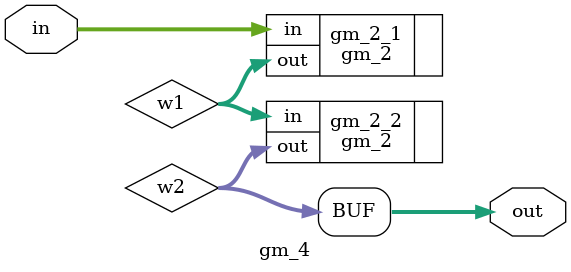
<source format=sv>
module gm_4 (in, out);
	input [7:0] in;
	output [7:0] out;
	
	wire [7:0] w1, w2;
	
	gm_2 gm_2_1(
	.in (in),
	.out (w1)
	);
	
	gm_2 gm_2_2(
	.in (w1),
	.out (w2)
	);
	
	assign out = w2;
	
endmodule

</source>
